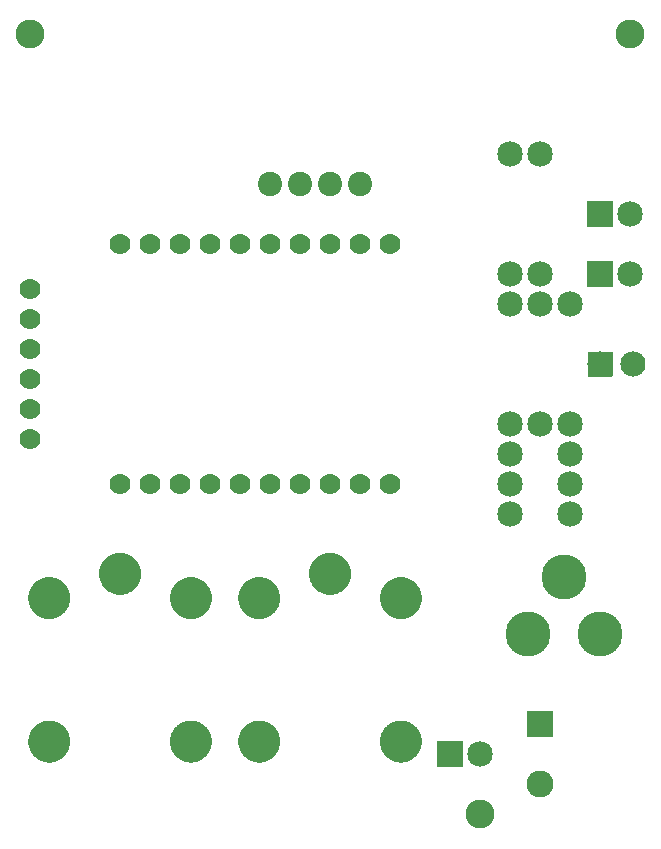
<source format=gbs>
G04 MADE WITH FRITZING*
G04 WWW.FRITZING.ORG*
G04 DOUBLE SIDED*
G04 HOLES PLATED*
G04 CONTOUR ON CENTER OF CONTOUR VECTOR*
%ASAXBY*%
%FSLAX23Y23*%
%MOIN*%
%OFA0B0*%
%SFA1.0B1.0*%
%ADD10C,0.096614*%
%ADD11C,0.090000*%
%ADD12C,0.150000*%
%ADD13C,0.085000*%
%ADD14C,0.069990*%
%ADD15C,0.070000*%
%ADD16C,0.084000*%
%ADD17C,0.081000*%
%ADD18C,0.080972*%
%ADD19R,0.089986X0.090000*%
%ADD20R,0.085000X0.085000*%
%ADD21R,0.001000X0.001000*%
%LNMASK0*%
G90*
G70*
G54D10*
X2110Y2712D03*
X110Y2712D03*
X1610Y112D03*
G54D11*
X1810Y412D03*
X1810Y212D03*
G54D12*
X1770Y712D03*
X2010Y712D03*
X1890Y902D03*
G54D13*
X1910Y1812D03*
X1910Y1412D03*
G54D14*
X1310Y2012D03*
G54D15*
X1210Y2012D03*
X1110Y2012D03*
X1009Y2012D03*
X910Y2012D03*
X810Y2012D03*
X710Y2012D03*
X610Y2012D03*
X510Y2012D03*
X410Y2012D03*
X1310Y1212D03*
X1210Y1212D03*
X1110Y1212D03*
X1010Y1212D03*
X910Y1212D03*
X810Y1212D03*
X710Y1212D03*
X610Y1212D03*
X510Y1212D03*
X410Y1212D03*
X110Y1862D03*
X110Y1762D03*
X110Y1662D03*
X110Y1562D03*
X110Y1462D03*
X110Y1362D03*
G54D13*
X1510Y312D03*
X1610Y312D03*
X2010Y1912D03*
X2110Y1912D03*
X2010Y2112D03*
X2110Y2112D03*
G54D16*
X2010Y1612D03*
X2120Y1612D03*
G54D17*
X910Y2212D03*
X1010Y2212D03*
G54D18*
X1110Y2212D03*
X1210Y2212D03*
G54D13*
X1710Y2312D03*
X1710Y1912D03*
X1810Y2312D03*
X1810Y1912D03*
X1910Y1312D03*
X1910Y1212D03*
X1910Y1112D03*
X1710Y1312D03*
X1710Y1212D03*
X1710Y1112D03*
X1810Y1412D03*
X1810Y1812D03*
X1710Y1412D03*
X1710Y1812D03*
G54D19*
X1810Y412D03*
G54D20*
X1510Y312D03*
X2010Y1912D03*
X2010Y2112D03*
G54D21*
X1968Y1654D02*
X2051Y1654D01*
X1968Y1653D02*
X2051Y1653D01*
X1968Y1652D02*
X2051Y1652D01*
X1968Y1651D02*
X2051Y1651D01*
X1968Y1650D02*
X2051Y1650D01*
X1968Y1649D02*
X2051Y1649D01*
X1968Y1648D02*
X2051Y1648D01*
X1968Y1647D02*
X2051Y1647D01*
X1968Y1646D02*
X2051Y1646D01*
X1968Y1645D02*
X2051Y1645D01*
X1968Y1644D02*
X2051Y1644D01*
X1968Y1643D02*
X2051Y1643D01*
X1968Y1642D02*
X2051Y1642D01*
X1968Y1641D02*
X2051Y1641D01*
X1968Y1640D02*
X2051Y1640D01*
X1968Y1639D02*
X2051Y1639D01*
X1968Y1638D02*
X2051Y1638D01*
X1968Y1637D02*
X2051Y1637D01*
X1968Y1636D02*
X2051Y1636D01*
X1968Y1635D02*
X2051Y1635D01*
X1968Y1634D02*
X2051Y1634D01*
X1968Y1633D02*
X2051Y1633D01*
X1968Y1632D02*
X2051Y1632D01*
X1968Y1631D02*
X2051Y1631D01*
X1968Y1630D02*
X2051Y1630D01*
X1968Y1629D02*
X2051Y1629D01*
X1968Y1628D02*
X2051Y1628D01*
X1968Y1627D02*
X2003Y1627D01*
X2015Y1627D02*
X2051Y1627D01*
X1968Y1626D02*
X2001Y1626D01*
X2017Y1626D02*
X2051Y1626D01*
X1968Y1625D02*
X2000Y1625D01*
X2018Y1625D02*
X2051Y1625D01*
X1968Y1624D02*
X1998Y1624D01*
X2020Y1624D02*
X2051Y1624D01*
X1968Y1623D02*
X1997Y1623D01*
X2021Y1623D02*
X2051Y1623D01*
X1968Y1622D02*
X1997Y1622D01*
X2022Y1622D02*
X2051Y1622D01*
X1968Y1621D02*
X1996Y1621D01*
X2022Y1621D02*
X2051Y1621D01*
X1968Y1620D02*
X1995Y1620D01*
X2023Y1620D02*
X2051Y1620D01*
X1968Y1619D02*
X1995Y1619D01*
X2023Y1619D02*
X2051Y1619D01*
X1968Y1618D02*
X1994Y1618D01*
X2024Y1618D02*
X2051Y1618D01*
X1968Y1617D02*
X1994Y1617D01*
X2024Y1617D02*
X2051Y1617D01*
X1968Y1616D02*
X1994Y1616D01*
X2024Y1616D02*
X2051Y1616D01*
X1968Y1615D02*
X1994Y1615D01*
X2024Y1615D02*
X2051Y1615D01*
X1968Y1614D02*
X1994Y1614D01*
X2024Y1614D02*
X2051Y1614D01*
X1968Y1613D02*
X1994Y1613D01*
X2025Y1613D02*
X2051Y1613D01*
X1968Y1612D02*
X1994Y1612D01*
X2024Y1612D02*
X2051Y1612D01*
X1968Y1611D02*
X1994Y1611D01*
X2024Y1611D02*
X2051Y1611D01*
X1968Y1610D02*
X1994Y1610D01*
X2024Y1610D02*
X2051Y1610D01*
X1968Y1609D02*
X1994Y1609D01*
X2024Y1609D02*
X2051Y1609D01*
X1968Y1608D02*
X1994Y1608D01*
X2024Y1608D02*
X2051Y1608D01*
X1968Y1607D02*
X1995Y1607D01*
X2023Y1607D02*
X2051Y1607D01*
X1968Y1606D02*
X1995Y1606D01*
X2023Y1606D02*
X2051Y1606D01*
X1968Y1605D02*
X1996Y1605D01*
X2022Y1605D02*
X2051Y1605D01*
X1968Y1604D02*
X1997Y1604D01*
X2022Y1604D02*
X2051Y1604D01*
X1968Y1603D02*
X1997Y1603D01*
X2021Y1603D02*
X2051Y1603D01*
X1968Y1602D02*
X1998Y1602D01*
X2020Y1602D02*
X2051Y1602D01*
X1968Y1601D02*
X2000Y1601D01*
X2019Y1601D02*
X2051Y1601D01*
X1968Y1600D02*
X2001Y1600D01*
X2017Y1600D02*
X2051Y1600D01*
X1968Y1599D02*
X2003Y1599D01*
X2015Y1599D02*
X2051Y1599D01*
X1968Y1598D02*
X2051Y1598D01*
X1968Y1597D02*
X2051Y1597D01*
X1968Y1596D02*
X2051Y1596D01*
X1968Y1595D02*
X2051Y1595D01*
X1968Y1594D02*
X2051Y1594D01*
X1968Y1593D02*
X2051Y1593D01*
X1968Y1592D02*
X2051Y1592D01*
X1968Y1591D02*
X2051Y1591D01*
X1968Y1590D02*
X2051Y1590D01*
X1968Y1589D02*
X2051Y1589D01*
X1968Y1588D02*
X2051Y1588D01*
X1968Y1587D02*
X2051Y1587D01*
X1968Y1586D02*
X2051Y1586D01*
X1968Y1585D02*
X2051Y1585D01*
X1968Y1584D02*
X2051Y1584D01*
X1968Y1583D02*
X2051Y1583D01*
X1968Y1582D02*
X2051Y1582D01*
X1968Y1581D02*
X2051Y1581D01*
X1968Y1580D02*
X2051Y1580D01*
X1968Y1579D02*
X2051Y1579D01*
X1968Y1578D02*
X2051Y1578D01*
X1968Y1577D02*
X2051Y1577D01*
X1968Y1576D02*
X2051Y1576D01*
X1968Y1575D02*
X2051Y1575D01*
X1968Y1574D02*
X2051Y1574D01*
X1968Y1573D02*
X2051Y1573D01*
X1968Y1572D02*
X2051Y1572D01*
X1968Y1571D02*
X2050Y1571D01*
X407Y983D02*
X411Y983D01*
X1107Y983D02*
X1111Y983D01*
X398Y982D02*
X420Y982D01*
X1098Y982D02*
X1120Y982D01*
X393Y981D02*
X425Y981D01*
X1093Y981D02*
X1125Y981D01*
X389Y980D02*
X429Y980D01*
X1089Y980D02*
X1129Y980D01*
X386Y979D02*
X432Y979D01*
X1086Y979D02*
X1132Y979D01*
X383Y978D02*
X435Y978D01*
X1083Y978D02*
X1135Y978D01*
X381Y977D02*
X437Y977D01*
X1081Y977D02*
X1137Y977D01*
X379Y976D02*
X439Y976D01*
X1079Y976D02*
X1139Y976D01*
X377Y975D02*
X441Y975D01*
X1077Y975D02*
X1141Y975D01*
X375Y974D02*
X443Y974D01*
X1075Y974D02*
X1143Y974D01*
X374Y973D02*
X445Y973D01*
X1074Y973D02*
X1145Y973D01*
X372Y972D02*
X446Y972D01*
X1072Y972D02*
X1146Y972D01*
X371Y971D02*
X448Y971D01*
X1070Y971D02*
X1148Y971D01*
X369Y970D02*
X449Y970D01*
X1069Y970D02*
X1149Y970D01*
X368Y969D02*
X451Y969D01*
X1068Y969D02*
X1150Y969D01*
X366Y968D02*
X452Y968D01*
X1066Y968D02*
X1152Y968D01*
X365Y967D02*
X453Y967D01*
X1065Y967D02*
X1153Y967D01*
X364Y966D02*
X454Y966D01*
X1064Y966D02*
X1154Y966D01*
X363Y965D02*
X456Y965D01*
X1063Y965D02*
X1155Y965D01*
X362Y964D02*
X457Y964D01*
X1062Y964D02*
X1157Y964D01*
X361Y963D02*
X458Y963D01*
X1061Y963D02*
X1158Y963D01*
X360Y962D02*
X459Y962D01*
X1060Y962D02*
X1159Y962D01*
X359Y961D02*
X460Y961D01*
X1059Y961D02*
X1160Y961D01*
X358Y960D02*
X461Y960D01*
X1058Y960D02*
X1160Y960D01*
X357Y959D02*
X461Y959D01*
X1057Y959D02*
X1161Y959D01*
X356Y958D02*
X462Y958D01*
X1056Y958D02*
X1162Y958D01*
X355Y957D02*
X463Y957D01*
X1055Y957D02*
X1163Y957D01*
X355Y956D02*
X464Y956D01*
X1054Y956D02*
X1164Y956D01*
X354Y955D02*
X465Y955D01*
X1054Y955D02*
X1164Y955D01*
X353Y954D02*
X465Y954D01*
X1053Y954D02*
X1165Y954D01*
X352Y953D02*
X466Y953D01*
X1052Y953D02*
X1166Y953D01*
X352Y952D02*
X467Y952D01*
X1052Y952D02*
X1167Y952D01*
X351Y951D02*
X467Y951D01*
X1051Y951D02*
X1167Y951D01*
X350Y950D02*
X468Y950D01*
X1050Y950D02*
X1168Y950D01*
X350Y949D02*
X469Y949D01*
X1050Y949D02*
X1169Y949D01*
X349Y948D02*
X469Y948D01*
X1049Y948D02*
X1169Y948D01*
X349Y947D02*
X470Y947D01*
X1048Y947D02*
X1170Y947D01*
X348Y946D02*
X470Y946D01*
X1048Y946D02*
X1170Y946D01*
X347Y945D02*
X471Y945D01*
X1047Y945D02*
X1171Y945D01*
X347Y944D02*
X471Y944D01*
X1047Y944D02*
X1171Y944D01*
X346Y943D02*
X472Y943D01*
X1046Y943D02*
X1172Y943D01*
X346Y942D02*
X472Y942D01*
X1046Y942D02*
X1172Y942D01*
X346Y941D02*
X473Y941D01*
X1045Y941D02*
X1173Y941D01*
X345Y940D02*
X473Y940D01*
X1045Y940D02*
X1173Y940D01*
X345Y939D02*
X474Y939D01*
X1045Y939D02*
X1174Y939D01*
X344Y938D02*
X474Y938D01*
X1044Y938D02*
X1174Y938D01*
X344Y937D02*
X474Y937D01*
X1044Y937D02*
X1174Y937D01*
X344Y936D02*
X475Y936D01*
X1044Y936D02*
X1175Y936D01*
X343Y935D02*
X475Y935D01*
X1043Y935D02*
X1175Y935D01*
X343Y934D02*
X475Y934D01*
X1043Y934D02*
X1175Y934D01*
X343Y933D02*
X476Y933D01*
X1043Y933D02*
X1176Y933D01*
X342Y932D02*
X476Y932D01*
X1042Y932D02*
X1176Y932D01*
X342Y931D02*
X476Y931D01*
X1042Y931D02*
X1176Y931D01*
X342Y930D02*
X476Y930D01*
X1042Y930D02*
X1176Y930D01*
X342Y929D02*
X477Y929D01*
X1042Y929D02*
X1177Y929D01*
X341Y928D02*
X477Y928D01*
X1041Y928D02*
X1177Y928D01*
X341Y927D02*
X477Y927D01*
X1041Y927D02*
X1177Y927D01*
X341Y926D02*
X477Y926D01*
X1041Y926D02*
X1177Y926D01*
X341Y925D02*
X477Y925D01*
X1041Y925D02*
X1177Y925D01*
X341Y924D02*
X478Y924D01*
X1041Y924D02*
X1178Y924D01*
X341Y923D02*
X478Y923D01*
X1041Y923D02*
X1178Y923D01*
X340Y922D02*
X478Y922D01*
X1040Y922D02*
X1178Y922D01*
X340Y921D02*
X478Y921D01*
X1040Y921D02*
X1178Y921D01*
X340Y920D02*
X478Y920D01*
X1040Y920D02*
X1178Y920D01*
X340Y919D02*
X478Y919D01*
X1040Y919D02*
X1178Y919D01*
X340Y918D02*
X478Y918D01*
X1040Y918D02*
X1178Y918D01*
X340Y917D02*
X478Y917D01*
X1040Y917D02*
X1178Y917D01*
X340Y916D02*
X478Y916D01*
X1040Y916D02*
X1178Y916D01*
X340Y915D02*
X479Y915D01*
X1040Y915D02*
X1178Y915D01*
X340Y914D02*
X479Y914D01*
X1040Y914D02*
X1179Y914D01*
X340Y913D02*
X479Y913D01*
X1040Y913D02*
X1179Y913D01*
X340Y912D02*
X479Y912D01*
X1040Y912D02*
X1178Y912D01*
X340Y911D02*
X478Y911D01*
X1040Y911D02*
X1178Y911D01*
X340Y910D02*
X478Y910D01*
X1040Y910D02*
X1178Y910D01*
X340Y909D02*
X478Y909D01*
X1040Y909D02*
X1178Y909D01*
X340Y908D02*
X478Y908D01*
X1040Y908D02*
X1178Y908D01*
X340Y907D02*
X478Y907D01*
X1040Y907D02*
X1178Y907D01*
X340Y906D02*
X478Y906D01*
X1040Y906D02*
X1178Y906D01*
X340Y905D02*
X478Y905D01*
X1040Y905D02*
X1178Y905D01*
X340Y904D02*
X478Y904D01*
X1040Y904D02*
X1178Y904D01*
X341Y903D02*
X478Y903D01*
X1041Y903D02*
X1178Y903D01*
X166Y902D02*
X180Y902D01*
X341Y902D02*
X478Y902D01*
X639Y902D02*
X652Y902D01*
X866Y902D02*
X880Y902D01*
X1041Y902D02*
X1177Y902D01*
X1339Y902D02*
X1352Y902D01*
X160Y901D02*
X186Y901D01*
X341Y901D02*
X477Y901D01*
X632Y901D02*
X658Y901D01*
X860Y901D02*
X886Y901D01*
X1041Y901D02*
X1177Y901D01*
X1332Y901D02*
X1358Y901D01*
X156Y900D02*
X190Y900D01*
X341Y900D02*
X477Y900D01*
X628Y900D02*
X663Y900D01*
X856Y900D02*
X890Y900D01*
X1041Y900D02*
X1177Y900D01*
X1328Y900D02*
X1362Y900D01*
X152Y899D02*
X194Y899D01*
X341Y899D02*
X477Y899D01*
X624Y899D02*
X666Y899D01*
X852Y899D02*
X894Y899D01*
X1041Y899D02*
X1177Y899D01*
X1324Y899D02*
X1366Y899D01*
X149Y898D02*
X197Y898D01*
X342Y898D02*
X477Y898D01*
X622Y898D02*
X669Y898D01*
X849Y898D02*
X897Y898D01*
X1042Y898D02*
X1177Y898D01*
X1322Y898D02*
X1369Y898D01*
X146Y897D02*
X200Y897D01*
X342Y897D02*
X477Y897D01*
X619Y897D02*
X672Y897D01*
X846Y897D02*
X900Y897D01*
X1042Y897D02*
X1176Y897D01*
X1319Y897D02*
X1372Y897D01*
X144Y896D02*
X202Y896D01*
X342Y896D02*
X476Y896D01*
X617Y896D02*
X674Y896D01*
X844Y896D02*
X902Y896D01*
X1042Y896D02*
X1176Y896D01*
X1317Y896D02*
X1374Y896D01*
X142Y895D02*
X204Y895D01*
X342Y895D02*
X476Y895D01*
X615Y895D02*
X676Y895D01*
X842Y895D02*
X904Y895D01*
X1042Y895D02*
X1176Y895D01*
X1315Y895D02*
X1376Y895D01*
X140Y894D02*
X206Y894D01*
X343Y894D02*
X476Y894D01*
X613Y894D02*
X678Y894D01*
X840Y894D02*
X906Y894D01*
X1043Y894D02*
X1176Y894D01*
X1313Y894D02*
X1378Y894D01*
X139Y893D02*
X207Y893D01*
X343Y893D02*
X476Y893D01*
X611Y893D02*
X680Y893D01*
X839Y893D02*
X907Y893D01*
X1043Y893D02*
X1175Y893D01*
X1311Y893D02*
X1380Y893D01*
X137Y892D02*
X209Y892D01*
X343Y892D02*
X475Y892D01*
X609Y892D02*
X681Y892D01*
X837Y892D02*
X909Y892D01*
X1043Y892D02*
X1175Y892D01*
X1309Y892D02*
X1381Y892D01*
X135Y891D02*
X211Y891D01*
X343Y891D02*
X475Y891D01*
X608Y891D02*
X683Y891D01*
X835Y891D02*
X911Y891D01*
X1043Y891D02*
X1175Y891D01*
X1308Y891D02*
X1383Y891D01*
X134Y890D02*
X212Y890D01*
X344Y890D02*
X475Y890D01*
X606Y890D02*
X684Y890D01*
X834Y890D02*
X912Y890D01*
X1044Y890D02*
X1174Y890D01*
X1306Y890D02*
X1384Y890D01*
X133Y889D02*
X213Y889D01*
X344Y889D02*
X474Y889D01*
X605Y889D02*
X686Y889D01*
X832Y889D02*
X913Y889D01*
X1044Y889D02*
X1174Y889D01*
X1305Y889D02*
X1386Y889D01*
X131Y888D02*
X215Y888D01*
X345Y888D02*
X474Y888D01*
X604Y888D02*
X687Y888D01*
X831Y888D02*
X915Y888D01*
X1044Y888D02*
X1174Y888D01*
X1303Y888D02*
X1387Y888D01*
X130Y887D02*
X216Y887D01*
X345Y887D02*
X473Y887D01*
X602Y887D02*
X689Y887D01*
X830Y887D02*
X916Y887D01*
X1045Y887D02*
X1173Y887D01*
X1302Y887D02*
X1388Y887D01*
X129Y886D02*
X217Y886D01*
X345Y886D02*
X473Y886D01*
X601Y886D02*
X690Y886D01*
X828Y886D02*
X917Y886D01*
X1045Y886D02*
X1173Y886D01*
X1301Y886D02*
X1390Y886D01*
X127Y885D02*
X219Y885D01*
X346Y885D02*
X473Y885D01*
X600Y885D02*
X691Y885D01*
X827Y885D02*
X919Y885D01*
X1046Y885D02*
X1173Y885D01*
X1300Y885D02*
X1391Y885D01*
X126Y884D02*
X220Y884D01*
X346Y884D02*
X472Y884D01*
X599Y884D02*
X692Y884D01*
X826Y884D02*
X920Y884D01*
X1046Y884D02*
X1172Y884D01*
X1299Y884D02*
X1392Y884D01*
X125Y883D02*
X221Y883D01*
X347Y883D02*
X472Y883D01*
X598Y883D02*
X693Y883D01*
X825Y883D02*
X921Y883D01*
X1047Y883D02*
X1172Y883D01*
X1298Y883D02*
X1393Y883D01*
X124Y882D02*
X222Y882D01*
X347Y882D02*
X471Y882D01*
X596Y882D02*
X694Y882D01*
X824Y882D02*
X922Y882D01*
X1047Y882D02*
X1171Y882D01*
X1296Y882D02*
X1394Y882D01*
X123Y881D02*
X223Y881D01*
X348Y881D02*
X471Y881D01*
X596Y881D02*
X695Y881D01*
X823Y881D02*
X923Y881D01*
X1048Y881D02*
X1171Y881D01*
X1295Y881D02*
X1395Y881D01*
X122Y880D02*
X224Y880D01*
X348Y880D02*
X470Y880D01*
X595Y880D02*
X696Y880D01*
X822Y880D02*
X924Y880D01*
X1048Y880D02*
X1170Y880D01*
X1295Y880D02*
X1396Y880D01*
X121Y879D02*
X225Y879D01*
X349Y879D02*
X470Y879D01*
X594Y879D02*
X697Y879D01*
X821Y879D02*
X925Y879D01*
X1049Y879D02*
X1169Y879D01*
X1294Y879D02*
X1397Y879D01*
X120Y878D02*
X225Y878D01*
X349Y878D02*
X469Y878D01*
X593Y878D02*
X698Y878D01*
X820Y878D02*
X925Y878D01*
X1049Y878D02*
X1169Y878D01*
X1293Y878D02*
X1398Y878D01*
X120Y877D02*
X226Y877D01*
X350Y877D02*
X468Y877D01*
X592Y877D02*
X699Y877D01*
X820Y877D02*
X926Y877D01*
X1050Y877D02*
X1168Y877D01*
X1292Y877D02*
X1399Y877D01*
X119Y876D02*
X227Y876D01*
X351Y876D02*
X468Y876D01*
X591Y876D02*
X699Y876D01*
X819Y876D02*
X927Y876D01*
X1051Y876D02*
X1168Y876D01*
X1291Y876D02*
X1399Y876D01*
X118Y875D02*
X228Y875D01*
X351Y875D02*
X467Y875D01*
X590Y875D02*
X700Y875D01*
X818Y875D02*
X928Y875D01*
X1051Y875D02*
X1167Y875D01*
X1290Y875D02*
X1400Y875D01*
X117Y874D02*
X229Y874D01*
X352Y874D02*
X466Y874D01*
X590Y874D02*
X701Y874D01*
X817Y874D02*
X929Y874D01*
X1052Y874D02*
X1166Y874D01*
X1290Y874D02*
X1401Y874D01*
X117Y873D02*
X229Y873D01*
X353Y873D02*
X466Y873D01*
X589Y873D02*
X702Y873D01*
X817Y873D02*
X929Y873D01*
X1053Y873D02*
X1166Y873D01*
X1289Y873D02*
X1402Y873D01*
X116Y872D02*
X230Y872D01*
X353Y872D02*
X465Y872D01*
X588Y872D02*
X702Y872D01*
X816Y872D02*
X930Y872D01*
X1053Y872D02*
X1165Y872D01*
X1288Y872D02*
X1402Y872D01*
X115Y871D02*
X231Y871D01*
X354Y871D02*
X464Y871D01*
X588Y871D02*
X703Y871D01*
X815Y871D02*
X931Y871D01*
X1054Y871D02*
X1164Y871D01*
X1288Y871D02*
X1403Y871D01*
X115Y870D02*
X231Y870D01*
X355Y870D02*
X464Y870D01*
X587Y870D02*
X704Y870D01*
X815Y870D02*
X931Y870D01*
X1055Y870D02*
X1163Y870D01*
X1287Y870D02*
X1404Y870D01*
X114Y869D02*
X232Y869D01*
X356Y869D02*
X463Y869D01*
X586Y869D02*
X704Y869D01*
X814Y869D02*
X932Y869D01*
X1056Y869D02*
X1163Y869D01*
X1286Y869D02*
X1404Y869D01*
X113Y868D02*
X233Y868D01*
X356Y868D02*
X462Y868D01*
X586Y868D02*
X705Y868D01*
X813Y868D02*
X933Y868D01*
X1056Y868D02*
X1162Y868D01*
X1286Y868D02*
X1405Y868D01*
X113Y867D02*
X233Y867D01*
X357Y867D02*
X461Y867D01*
X585Y867D02*
X706Y867D01*
X813Y867D02*
X933Y867D01*
X1057Y867D02*
X1161Y867D01*
X1285Y867D02*
X1406Y867D01*
X112Y866D02*
X234Y866D01*
X358Y866D02*
X460Y866D01*
X585Y866D02*
X706Y866D01*
X812Y866D02*
X934Y866D01*
X1058Y866D02*
X1160Y866D01*
X1284Y866D02*
X1406Y866D01*
X112Y865D02*
X234Y865D01*
X359Y865D02*
X459Y865D01*
X584Y865D02*
X707Y865D01*
X812Y865D02*
X934Y865D01*
X1059Y865D02*
X1159Y865D01*
X1284Y865D02*
X1407Y865D01*
X111Y864D02*
X235Y864D01*
X360Y864D02*
X458Y864D01*
X584Y864D02*
X707Y864D01*
X811Y864D02*
X935Y864D01*
X1060Y864D02*
X1158Y864D01*
X1283Y864D02*
X1407Y864D01*
X111Y863D02*
X235Y863D01*
X361Y863D02*
X457Y863D01*
X583Y863D02*
X708Y863D01*
X811Y863D02*
X935Y863D01*
X1061Y863D02*
X1157Y863D01*
X1283Y863D02*
X1408Y863D01*
X110Y862D02*
X236Y862D01*
X362Y862D02*
X456Y862D01*
X583Y862D02*
X708Y862D01*
X810Y862D02*
X936Y862D01*
X1062Y862D02*
X1156Y862D01*
X1282Y862D02*
X1408Y862D01*
X110Y861D02*
X236Y861D01*
X363Y861D02*
X455Y861D01*
X582Y861D02*
X709Y861D01*
X810Y861D02*
X936Y861D01*
X1063Y861D02*
X1155Y861D01*
X1282Y861D02*
X1409Y861D01*
X109Y860D02*
X237Y860D01*
X364Y860D02*
X454Y860D01*
X582Y860D02*
X709Y860D01*
X809Y860D02*
X937Y860D01*
X1064Y860D02*
X1154Y860D01*
X1281Y860D02*
X1409Y860D01*
X109Y859D02*
X237Y859D01*
X366Y859D02*
X453Y859D01*
X581Y859D02*
X710Y859D01*
X809Y859D02*
X937Y859D01*
X1066Y859D02*
X1153Y859D01*
X1281Y859D02*
X1410Y859D01*
X108Y858D02*
X238Y858D01*
X367Y858D02*
X451Y858D01*
X581Y858D02*
X710Y858D01*
X808Y858D02*
X938Y858D01*
X1067Y858D02*
X1151Y858D01*
X1281Y858D02*
X1410Y858D01*
X108Y857D02*
X238Y857D01*
X368Y857D02*
X450Y857D01*
X580Y857D02*
X710Y857D01*
X808Y857D02*
X938Y857D01*
X1068Y857D02*
X1150Y857D01*
X1280Y857D02*
X1410Y857D01*
X108Y856D02*
X238Y856D01*
X370Y856D02*
X449Y856D01*
X580Y856D02*
X711Y856D01*
X808Y856D02*
X938Y856D01*
X1070Y856D02*
X1149Y856D01*
X1280Y856D02*
X1411Y856D01*
X107Y855D02*
X239Y855D01*
X371Y855D02*
X447Y855D01*
X580Y855D02*
X711Y855D01*
X807Y855D02*
X939Y855D01*
X1071Y855D02*
X1147Y855D01*
X1280Y855D02*
X1411Y855D01*
X107Y854D02*
X239Y854D01*
X373Y854D02*
X446Y854D01*
X579Y854D02*
X711Y854D01*
X807Y854D02*
X939Y854D01*
X1073Y854D02*
X1146Y854D01*
X1279Y854D02*
X1411Y854D01*
X107Y853D02*
X239Y853D01*
X374Y853D02*
X444Y853D01*
X579Y853D02*
X712Y853D01*
X807Y853D02*
X939Y853D01*
X1074Y853D02*
X1144Y853D01*
X1279Y853D02*
X1412Y853D01*
X106Y852D02*
X240Y852D01*
X376Y852D02*
X442Y852D01*
X579Y852D02*
X712Y852D01*
X806Y852D02*
X939Y852D01*
X1076Y852D02*
X1142Y852D01*
X1279Y852D02*
X1412Y852D01*
X106Y851D02*
X240Y851D01*
X378Y851D02*
X440Y851D01*
X579Y851D02*
X712Y851D01*
X806Y851D02*
X940Y851D01*
X1078Y851D02*
X1140Y851D01*
X1279Y851D02*
X1412Y851D01*
X106Y850D02*
X240Y850D01*
X380Y850D02*
X438Y850D01*
X578Y850D02*
X712Y850D01*
X806Y850D02*
X940Y850D01*
X1080Y850D02*
X1138Y850D01*
X1278Y850D02*
X1412Y850D01*
X106Y849D02*
X240Y849D01*
X382Y849D02*
X436Y849D01*
X578Y849D02*
X713Y849D01*
X806Y849D02*
X940Y849D01*
X1082Y849D02*
X1136Y849D01*
X1278Y849D02*
X1413Y849D01*
X105Y848D02*
X241Y848D01*
X385Y848D02*
X434Y848D01*
X578Y848D02*
X713Y848D01*
X805Y848D02*
X940Y848D01*
X1085Y848D02*
X1134Y848D01*
X1278Y848D02*
X1413Y848D01*
X105Y847D02*
X241Y847D01*
X387Y847D02*
X431Y847D01*
X578Y847D02*
X713Y847D01*
X805Y847D02*
X941Y847D01*
X1087Y847D02*
X1131Y847D01*
X1278Y847D02*
X1413Y847D01*
X105Y846D02*
X241Y846D01*
X391Y846D02*
X427Y846D01*
X577Y846D02*
X713Y846D01*
X805Y846D02*
X941Y846D01*
X1091Y846D02*
X1127Y846D01*
X1277Y846D02*
X1413Y846D01*
X105Y845D02*
X241Y845D01*
X395Y845D02*
X423Y845D01*
X577Y845D02*
X714Y845D01*
X805Y845D02*
X941Y845D01*
X1095Y845D02*
X1123Y845D01*
X1277Y845D02*
X1413Y845D01*
X105Y844D02*
X241Y844D01*
X401Y844D02*
X418Y844D01*
X577Y844D02*
X714Y844D01*
X805Y844D02*
X941Y844D01*
X1101Y844D02*
X1118Y844D01*
X1277Y844D02*
X1414Y844D01*
X105Y843D02*
X241Y843D01*
X577Y843D02*
X714Y843D01*
X804Y843D02*
X941Y843D01*
X1277Y843D02*
X1414Y843D01*
X104Y842D02*
X242Y842D01*
X577Y842D02*
X714Y842D01*
X804Y842D02*
X942Y842D01*
X1277Y842D02*
X1414Y842D01*
X104Y841D02*
X242Y841D01*
X577Y841D02*
X714Y841D01*
X804Y841D02*
X942Y841D01*
X1277Y841D02*
X1414Y841D01*
X104Y840D02*
X242Y840D01*
X576Y840D02*
X714Y840D01*
X804Y840D02*
X942Y840D01*
X1276Y840D02*
X1414Y840D01*
X104Y839D02*
X242Y839D01*
X576Y839D02*
X714Y839D01*
X804Y839D02*
X942Y839D01*
X1276Y839D02*
X1414Y839D01*
X104Y838D02*
X242Y838D01*
X576Y838D02*
X714Y838D01*
X804Y838D02*
X942Y838D01*
X1276Y838D02*
X1414Y838D01*
X104Y837D02*
X242Y837D01*
X576Y837D02*
X715Y837D01*
X804Y837D02*
X942Y837D01*
X1276Y837D02*
X1414Y837D01*
X104Y836D02*
X242Y836D01*
X576Y836D02*
X715Y836D01*
X804Y836D02*
X942Y836D01*
X1276Y836D02*
X1415Y836D01*
X104Y835D02*
X242Y835D01*
X576Y835D02*
X715Y835D01*
X804Y835D02*
X942Y835D01*
X1276Y835D02*
X1415Y835D01*
X104Y834D02*
X242Y834D01*
X576Y834D02*
X715Y834D01*
X804Y834D02*
X942Y834D01*
X1276Y834D02*
X1415Y834D01*
X104Y833D02*
X242Y833D01*
X576Y833D02*
X715Y833D01*
X804Y833D02*
X942Y833D01*
X1276Y833D02*
X1415Y833D01*
X104Y832D02*
X242Y832D01*
X576Y832D02*
X715Y832D01*
X804Y832D02*
X942Y832D01*
X1276Y832D02*
X1415Y832D01*
X104Y831D02*
X242Y831D01*
X576Y831D02*
X715Y831D01*
X804Y831D02*
X942Y831D01*
X1276Y831D02*
X1415Y831D01*
X104Y830D02*
X242Y830D01*
X576Y830D02*
X715Y830D01*
X804Y830D02*
X942Y830D01*
X1276Y830D02*
X1415Y830D01*
X104Y829D02*
X242Y829D01*
X576Y829D02*
X715Y829D01*
X804Y829D02*
X942Y829D01*
X1276Y829D02*
X1415Y829D01*
X104Y828D02*
X242Y828D01*
X576Y828D02*
X715Y828D01*
X804Y828D02*
X942Y828D01*
X1276Y828D02*
X1414Y828D01*
X104Y827D02*
X242Y827D01*
X576Y827D02*
X714Y827D01*
X804Y827D02*
X942Y827D01*
X1276Y827D02*
X1414Y827D01*
X104Y826D02*
X242Y826D01*
X576Y826D02*
X714Y826D01*
X804Y826D02*
X942Y826D01*
X1276Y826D02*
X1414Y826D01*
X104Y825D02*
X242Y825D01*
X576Y825D02*
X714Y825D01*
X804Y825D02*
X942Y825D01*
X1276Y825D02*
X1414Y825D01*
X104Y824D02*
X242Y824D01*
X577Y824D02*
X714Y824D01*
X804Y824D02*
X942Y824D01*
X1277Y824D02*
X1414Y824D01*
X104Y823D02*
X242Y823D01*
X577Y823D02*
X714Y823D01*
X804Y823D02*
X942Y823D01*
X1277Y823D02*
X1414Y823D01*
X105Y822D02*
X241Y822D01*
X577Y822D02*
X714Y822D01*
X804Y822D02*
X941Y822D01*
X1277Y822D02*
X1414Y822D01*
X105Y821D02*
X241Y821D01*
X577Y821D02*
X714Y821D01*
X805Y821D02*
X941Y821D01*
X1277Y821D02*
X1414Y821D01*
X105Y820D02*
X241Y820D01*
X577Y820D02*
X714Y820D01*
X805Y820D02*
X941Y820D01*
X1277Y820D02*
X1413Y820D01*
X105Y819D02*
X241Y819D01*
X577Y819D02*
X713Y819D01*
X805Y819D02*
X941Y819D01*
X1277Y819D02*
X1413Y819D01*
X105Y818D02*
X241Y818D01*
X578Y818D02*
X713Y818D01*
X805Y818D02*
X941Y818D01*
X1278Y818D02*
X1413Y818D01*
X105Y817D02*
X241Y817D01*
X578Y817D02*
X713Y817D01*
X805Y817D02*
X940Y817D01*
X1278Y817D02*
X1413Y817D01*
X106Y816D02*
X240Y816D01*
X578Y816D02*
X713Y816D01*
X806Y816D02*
X940Y816D01*
X1278Y816D02*
X1413Y816D01*
X106Y815D02*
X240Y815D01*
X578Y815D02*
X712Y815D01*
X806Y815D02*
X940Y815D01*
X1278Y815D02*
X1412Y815D01*
X106Y814D02*
X240Y814D01*
X579Y814D02*
X712Y814D01*
X806Y814D02*
X940Y814D01*
X1279Y814D02*
X1412Y814D01*
X106Y813D02*
X240Y813D01*
X579Y813D02*
X712Y813D01*
X806Y813D02*
X939Y813D01*
X1279Y813D02*
X1412Y813D01*
X107Y812D02*
X239Y812D01*
X579Y812D02*
X712Y812D01*
X807Y812D02*
X939Y812D01*
X1279Y812D02*
X1412Y812D01*
X107Y811D02*
X239Y811D01*
X579Y811D02*
X711Y811D01*
X807Y811D02*
X939Y811D01*
X1279Y811D02*
X1411Y811D01*
X107Y810D02*
X239Y810D01*
X580Y810D02*
X711Y810D01*
X807Y810D02*
X939Y810D01*
X1280Y810D02*
X1411Y810D01*
X108Y809D02*
X238Y809D01*
X580Y809D02*
X711Y809D01*
X808Y809D02*
X938Y809D01*
X1280Y809D02*
X1411Y809D01*
X108Y808D02*
X238Y808D01*
X580Y808D02*
X710Y808D01*
X808Y808D02*
X938Y808D01*
X1280Y808D02*
X1410Y808D01*
X108Y807D02*
X238Y807D01*
X581Y807D02*
X710Y807D01*
X808Y807D02*
X937Y807D01*
X1281Y807D02*
X1410Y807D01*
X109Y806D02*
X237Y806D01*
X581Y806D02*
X710Y806D01*
X809Y806D02*
X937Y806D01*
X1281Y806D02*
X1410Y806D01*
X109Y805D02*
X237Y805D01*
X582Y805D02*
X709Y805D01*
X809Y805D02*
X937Y805D01*
X1282Y805D02*
X1409Y805D01*
X110Y804D02*
X236Y804D01*
X582Y804D02*
X709Y804D01*
X810Y804D02*
X936Y804D01*
X1282Y804D02*
X1409Y804D01*
X110Y803D02*
X236Y803D01*
X583Y803D02*
X708Y803D01*
X810Y803D02*
X936Y803D01*
X1282Y803D02*
X1408Y803D01*
X111Y802D02*
X235Y802D01*
X583Y802D02*
X708Y802D01*
X811Y802D02*
X935Y802D01*
X1283Y802D02*
X1408Y802D01*
X111Y801D02*
X235Y801D01*
X584Y801D02*
X707Y801D01*
X811Y801D02*
X935Y801D01*
X1283Y801D02*
X1407Y801D01*
X112Y800D02*
X234Y800D01*
X584Y800D02*
X707Y800D01*
X812Y800D02*
X934Y800D01*
X1284Y800D02*
X1407Y800D01*
X112Y799D02*
X234Y799D01*
X585Y799D02*
X706Y799D01*
X812Y799D02*
X934Y799D01*
X1285Y799D02*
X1406Y799D01*
X113Y798D02*
X233Y798D01*
X585Y798D02*
X706Y798D01*
X813Y798D02*
X933Y798D01*
X1285Y798D02*
X1405Y798D01*
X113Y797D02*
X233Y797D01*
X586Y797D02*
X705Y797D01*
X813Y797D02*
X933Y797D01*
X1286Y797D02*
X1405Y797D01*
X114Y796D02*
X232Y796D01*
X586Y796D02*
X704Y796D01*
X814Y796D02*
X932Y796D01*
X1286Y796D02*
X1404Y796D01*
X115Y795D02*
X231Y795D01*
X587Y795D02*
X704Y795D01*
X815Y795D02*
X931Y795D01*
X1287Y795D02*
X1404Y795D01*
X115Y794D02*
X231Y794D01*
X588Y794D02*
X703Y794D01*
X815Y794D02*
X931Y794D01*
X1288Y794D02*
X1403Y794D01*
X116Y793D02*
X230Y793D01*
X588Y793D02*
X702Y793D01*
X816Y793D02*
X930Y793D01*
X1288Y793D02*
X1402Y793D01*
X117Y792D02*
X229Y792D01*
X589Y792D02*
X702Y792D01*
X817Y792D02*
X929Y792D01*
X1289Y792D02*
X1402Y792D01*
X117Y791D02*
X229Y791D01*
X590Y791D02*
X701Y791D01*
X817Y791D02*
X929Y791D01*
X1290Y791D02*
X1401Y791D01*
X118Y790D02*
X228Y790D01*
X591Y790D02*
X700Y790D01*
X818Y790D02*
X928Y790D01*
X1290Y790D02*
X1400Y790D01*
X119Y789D02*
X227Y789D01*
X591Y789D02*
X699Y789D01*
X819Y789D02*
X927Y789D01*
X1291Y789D02*
X1399Y789D01*
X120Y788D02*
X226Y788D01*
X592Y788D02*
X699Y788D01*
X820Y788D02*
X926Y788D01*
X1292Y788D02*
X1399Y788D01*
X121Y787D02*
X225Y787D01*
X593Y787D02*
X698Y787D01*
X820Y787D02*
X925Y787D01*
X1293Y787D02*
X1398Y787D01*
X121Y786D02*
X225Y786D01*
X594Y786D02*
X697Y786D01*
X821Y786D02*
X925Y786D01*
X1294Y786D02*
X1397Y786D01*
X122Y785D02*
X224Y785D01*
X595Y785D02*
X696Y785D01*
X822Y785D02*
X924Y785D01*
X1295Y785D02*
X1396Y785D01*
X123Y784D02*
X223Y784D01*
X596Y784D02*
X695Y784D01*
X823Y784D02*
X923Y784D01*
X1296Y784D02*
X1395Y784D01*
X124Y783D02*
X222Y783D01*
X596Y783D02*
X694Y783D01*
X824Y783D02*
X922Y783D01*
X1296Y783D02*
X1394Y783D01*
X125Y782D02*
X221Y782D01*
X598Y782D02*
X693Y782D01*
X825Y782D02*
X921Y782D01*
X1298Y782D02*
X1393Y782D01*
X126Y781D02*
X220Y781D01*
X599Y781D02*
X692Y781D01*
X826Y781D02*
X920Y781D01*
X1299Y781D02*
X1392Y781D01*
X127Y780D02*
X219Y780D01*
X600Y780D02*
X691Y780D01*
X827Y780D02*
X918Y780D01*
X1300Y780D02*
X1391Y780D01*
X129Y779D02*
X217Y779D01*
X601Y779D02*
X690Y779D01*
X829Y779D02*
X917Y779D01*
X1301Y779D02*
X1390Y779D01*
X130Y778D02*
X216Y778D01*
X602Y778D02*
X688Y778D01*
X830Y778D02*
X916Y778D01*
X1302Y778D02*
X1388Y778D01*
X131Y777D02*
X215Y777D01*
X604Y777D02*
X687Y777D01*
X831Y777D02*
X915Y777D01*
X1304Y777D02*
X1387Y777D01*
X133Y776D02*
X213Y776D01*
X605Y776D02*
X686Y776D01*
X833Y776D02*
X913Y776D01*
X1305Y776D02*
X1386Y776D01*
X134Y775D02*
X212Y775D01*
X606Y775D02*
X684Y775D01*
X834Y775D02*
X912Y775D01*
X1306Y775D02*
X1384Y775D01*
X135Y774D02*
X211Y774D01*
X608Y774D02*
X683Y774D01*
X835Y774D02*
X910Y774D01*
X1308Y774D02*
X1383Y774D01*
X137Y773D02*
X209Y773D01*
X609Y773D02*
X681Y773D01*
X837Y773D02*
X909Y773D01*
X1309Y773D02*
X1381Y773D01*
X139Y772D02*
X207Y772D01*
X611Y772D02*
X680Y772D01*
X839Y772D02*
X907Y772D01*
X1311Y772D02*
X1380Y772D01*
X140Y771D02*
X206Y771D01*
X613Y771D02*
X678Y771D01*
X840Y771D02*
X906Y771D01*
X1313Y771D02*
X1378Y771D01*
X142Y770D02*
X204Y770D01*
X615Y770D02*
X676Y770D01*
X842Y770D02*
X904Y770D01*
X1315Y770D02*
X1376Y770D01*
X144Y769D02*
X202Y769D01*
X617Y769D02*
X674Y769D01*
X844Y769D02*
X902Y769D01*
X1317Y769D02*
X1374Y769D01*
X147Y768D02*
X199Y768D01*
X619Y768D02*
X672Y768D01*
X846Y768D02*
X899Y768D01*
X1319Y768D02*
X1372Y768D01*
X149Y767D02*
X197Y767D01*
X622Y767D02*
X669Y767D01*
X849Y767D02*
X897Y767D01*
X1322Y767D02*
X1369Y767D01*
X152Y766D02*
X194Y766D01*
X625Y766D02*
X666Y766D01*
X852Y766D02*
X894Y766D01*
X1324Y766D02*
X1366Y766D01*
X156Y765D02*
X190Y765D01*
X628Y765D02*
X662Y765D01*
X856Y765D02*
X890Y765D01*
X1328Y765D02*
X1362Y765D01*
X160Y764D02*
X186Y764D01*
X633Y764D02*
X658Y764D01*
X860Y764D02*
X886Y764D01*
X1333Y764D02*
X1358Y764D01*
X167Y763D02*
X179Y763D01*
X639Y763D02*
X652Y763D01*
X867Y763D02*
X879Y763D01*
X1339Y763D02*
X1352Y763D01*
X169Y424D02*
X177Y424D01*
X642Y424D02*
X649Y424D01*
X869Y424D02*
X877Y424D01*
X1342Y424D02*
X1349Y424D01*
X161Y423D02*
X185Y423D01*
X634Y423D02*
X657Y423D01*
X861Y423D02*
X885Y423D01*
X1334Y423D02*
X1357Y423D01*
X157Y422D02*
X189Y422D01*
X629Y422D02*
X662Y422D01*
X857Y422D02*
X889Y422D01*
X1329Y422D02*
X1362Y422D01*
X153Y421D02*
X193Y421D01*
X625Y421D02*
X666Y421D01*
X853Y421D02*
X893Y421D01*
X1325Y421D02*
X1366Y421D01*
X150Y420D02*
X196Y420D01*
X622Y420D02*
X669Y420D01*
X850Y420D02*
X896Y420D01*
X1322Y420D02*
X1369Y420D01*
X147Y419D02*
X199Y419D01*
X619Y419D02*
X671Y419D01*
X847Y419D02*
X899Y419D01*
X1319Y419D02*
X1371Y419D01*
X145Y418D02*
X201Y418D01*
X617Y418D02*
X674Y418D01*
X845Y418D02*
X901Y418D01*
X1317Y418D02*
X1374Y418D01*
X143Y417D02*
X203Y417D01*
X615Y417D02*
X676Y417D01*
X843Y417D02*
X903Y417D01*
X1315Y417D02*
X1376Y417D01*
X141Y416D02*
X205Y416D01*
X613Y416D02*
X678Y416D01*
X841Y416D02*
X905Y416D01*
X1313Y416D02*
X1378Y416D01*
X139Y415D02*
X207Y415D01*
X611Y415D02*
X679Y415D01*
X839Y415D02*
X907Y415D01*
X1311Y415D02*
X1379Y415D01*
X137Y414D02*
X209Y414D01*
X610Y414D02*
X681Y414D01*
X837Y414D02*
X909Y414D01*
X1310Y414D02*
X1381Y414D01*
X136Y413D02*
X210Y413D01*
X608Y413D02*
X683Y413D01*
X836Y413D02*
X910Y413D01*
X1308Y413D02*
X1383Y413D01*
X134Y412D02*
X212Y412D01*
X607Y412D02*
X684Y412D01*
X834Y412D02*
X912Y412D01*
X1306Y412D02*
X1384Y412D01*
X133Y411D02*
X213Y411D01*
X605Y411D02*
X686Y411D01*
X833Y411D02*
X913Y411D01*
X1305Y411D02*
X1385Y411D01*
X131Y410D02*
X215Y410D01*
X604Y410D02*
X687Y410D01*
X831Y410D02*
X914Y410D01*
X1304Y410D02*
X1387Y410D01*
X130Y409D02*
X216Y409D01*
X602Y409D02*
X688Y409D01*
X830Y409D02*
X916Y409D01*
X1302Y409D02*
X1388Y409D01*
X129Y408D02*
X217Y408D01*
X601Y408D02*
X690Y408D01*
X829Y408D02*
X917Y408D01*
X1301Y408D02*
X1390Y408D01*
X128Y407D02*
X218Y407D01*
X600Y407D02*
X691Y407D01*
X828Y407D02*
X918Y407D01*
X1300Y407D02*
X1391Y407D01*
X127Y406D02*
X219Y406D01*
X599Y406D02*
X692Y406D01*
X826Y406D02*
X919Y406D01*
X1299Y406D02*
X1392Y406D01*
X125Y405D02*
X221Y405D01*
X598Y405D02*
X693Y405D01*
X825Y405D02*
X921Y405D01*
X1298Y405D02*
X1393Y405D01*
X124Y404D02*
X222Y404D01*
X597Y404D02*
X694Y404D01*
X824Y404D02*
X922Y404D01*
X1297Y404D02*
X1394Y404D01*
X123Y403D02*
X223Y403D01*
X596Y403D02*
X695Y403D01*
X823Y403D02*
X923Y403D01*
X1296Y403D02*
X1395Y403D01*
X122Y402D02*
X224Y402D01*
X595Y402D02*
X696Y402D01*
X822Y402D02*
X923Y402D01*
X1295Y402D02*
X1396Y402D01*
X122Y401D02*
X224Y401D01*
X594Y401D02*
X697Y401D01*
X822Y401D02*
X924Y401D01*
X1294Y401D02*
X1397Y401D01*
X121Y400D02*
X225Y400D01*
X593Y400D02*
X698Y400D01*
X821Y400D02*
X925Y400D01*
X1293Y400D02*
X1398Y400D01*
X120Y399D02*
X226Y399D01*
X592Y399D02*
X699Y399D01*
X820Y399D02*
X926Y399D01*
X1292Y399D02*
X1399Y399D01*
X119Y398D02*
X227Y398D01*
X591Y398D02*
X699Y398D01*
X819Y398D02*
X927Y398D01*
X1291Y398D02*
X1399Y398D01*
X118Y397D02*
X228Y397D01*
X591Y397D02*
X700Y397D01*
X818Y397D02*
X928Y397D01*
X1291Y397D02*
X1400Y397D01*
X118Y396D02*
X228Y396D01*
X590Y396D02*
X701Y396D01*
X817Y396D02*
X928Y396D01*
X1290Y396D02*
X1401Y396D01*
X117Y395D02*
X229Y395D01*
X589Y395D02*
X702Y395D01*
X817Y395D02*
X929Y395D01*
X1289Y395D02*
X1401Y395D01*
X116Y394D02*
X230Y394D01*
X588Y394D02*
X702Y394D01*
X816Y394D02*
X930Y394D01*
X1288Y394D02*
X1402Y394D01*
X115Y393D02*
X231Y393D01*
X588Y393D02*
X703Y393D01*
X815Y393D02*
X931Y393D01*
X1288Y393D02*
X1403Y393D01*
X115Y392D02*
X231Y392D01*
X587Y392D02*
X704Y392D01*
X815Y392D02*
X931Y392D01*
X1287Y392D02*
X1404Y392D01*
X114Y391D02*
X232Y391D01*
X587Y391D02*
X704Y391D01*
X814Y391D02*
X932Y391D01*
X1286Y391D02*
X1404Y391D01*
X114Y390D02*
X232Y390D01*
X586Y390D02*
X705Y390D01*
X813Y390D02*
X932Y390D01*
X1286Y390D02*
X1405Y390D01*
X113Y389D02*
X233Y389D01*
X585Y389D02*
X705Y389D01*
X813Y389D02*
X933Y389D01*
X1285Y389D02*
X1405Y389D01*
X112Y388D02*
X234Y388D01*
X585Y388D02*
X706Y388D01*
X812Y388D02*
X934Y388D01*
X1285Y388D02*
X1406Y388D01*
X112Y387D02*
X234Y387D01*
X584Y387D02*
X707Y387D01*
X812Y387D02*
X934Y387D01*
X1284Y387D02*
X1407Y387D01*
X111Y386D02*
X235Y386D01*
X584Y386D02*
X707Y386D01*
X811Y386D02*
X935Y386D01*
X1284Y386D02*
X1407Y386D01*
X111Y385D02*
X235Y385D01*
X583Y385D02*
X708Y385D01*
X811Y385D02*
X935Y385D01*
X1283Y385D02*
X1408Y385D01*
X110Y384D02*
X236Y384D01*
X583Y384D02*
X708Y384D01*
X810Y384D02*
X936Y384D01*
X1283Y384D02*
X1408Y384D01*
X110Y383D02*
X236Y383D01*
X582Y383D02*
X709Y383D01*
X810Y383D02*
X936Y383D01*
X1282Y383D02*
X1409Y383D01*
X109Y382D02*
X237Y382D01*
X582Y382D02*
X709Y382D01*
X809Y382D02*
X937Y382D01*
X1282Y382D02*
X1409Y382D01*
X109Y381D02*
X237Y381D01*
X581Y381D02*
X709Y381D01*
X809Y381D02*
X937Y381D01*
X1281Y381D02*
X1409Y381D01*
X109Y380D02*
X237Y380D01*
X581Y380D02*
X710Y380D01*
X808Y380D02*
X937Y380D01*
X1281Y380D02*
X1410Y380D01*
X108Y379D02*
X238Y379D01*
X581Y379D02*
X710Y379D01*
X808Y379D02*
X938Y379D01*
X1280Y379D02*
X1410Y379D01*
X108Y378D02*
X238Y378D01*
X580Y378D02*
X711Y378D01*
X808Y378D02*
X938Y378D01*
X1280Y378D02*
X1411Y378D01*
X107Y377D02*
X239Y377D01*
X580Y377D02*
X711Y377D01*
X807Y377D02*
X939Y377D01*
X1280Y377D02*
X1411Y377D01*
X107Y376D02*
X239Y376D01*
X579Y376D02*
X711Y376D01*
X807Y376D02*
X939Y376D01*
X1279Y376D02*
X1411Y376D01*
X107Y375D02*
X239Y375D01*
X579Y375D02*
X712Y375D01*
X807Y375D02*
X939Y375D01*
X1279Y375D02*
X1412Y375D01*
X106Y374D02*
X239Y374D01*
X579Y374D02*
X712Y374D01*
X806Y374D02*
X939Y374D01*
X1279Y374D02*
X1412Y374D01*
X106Y373D02*
X240Y373D01*
X579Y373D02*
X712Y373D01*
X806Y373D02*
X940Y373D01*
X1279Y373D02*
X1412Y373D01*
X106Y372D02*
X240Y372D01*
X578Y372D02*
X712Y372D01*
X806Y372D02*
X940Y372D01*
X1278Y372D02*
X1412Y372D01*
X106Y371D02*
X240Y371D01*
X578Y371D02*
X713Y371D01*
X806Y371D02*
X940Y371D01*
X1278Y371D02*
X1413Y371D01*
X105Y370D02*
X240Y370D01*
X578Y370D02*
X713Y370D01*
X805Y370D02*
X940Y370D01*
X1278Y370D02*
X1413Y370D01*
X105Y369D02*
X241Y369D01*
X578Y369D02*
X713Y369D01*
X805Y369D02*
X941Y369D01*
X1278Y369D02*
X1413Y369D01*
X105Y368D02*
X241Y368D01*
X577Y368D02*
X713Y368D01*
X805Y368D02*
X941Y368D01*
X1277Y368D02*
X1413Y368D01*
X105Y367D02*
X241Y367D01*
X577Y367D02*
X713Y367D01*
X805Y367D02*
X941Y367D01*
X1277Y367D02*
X1413Y367D01*
X105Y366D02*
X241Y366D01*
X577Y366D02*
X714Y366D01*
X805Y366D02*
X941Y366D01*
X1277Y366D02*
X1414Y366D01*
X105Y365D02*
X241Y365D01*
X577Y365D02*
X714Y365D01*
X804Y365D02*
X941Y365D01*
X1277Y365D02*
X1414Y365D01*
X104Y364D02*
X242Y364D01*
X577Y364D02*
X714Y364D01*
X804Y364D02*
X942Y364D01*
X1277Y364D02*
X1414Y364D01*
X104Y363D02*
X242Y363D01*
X577Y363D02*
X714Y363D01*
X804Y363D02*
X942Y363D01*
X1277Y363D02*
X1414Y363D01*
X104Y362D02*
X242Y362D01*
X576Y362D02*
X714Y362D01*
X804Y362D02*
X942Y362D01*
X1276Y362D02*
X1414Y362D01*
X104Y361D02*
X242Y361D01*
X576Y361D02*
X714Y361D01*
X804Y361D02*
X942Y361D01*
X1276Y361D02*
X1414Y361D01*
X104Y360D02*
X242Y360D01*
X576Y360D02*
X714Y360D01*
X804Y360D02*
X942Y360D01*
X1276Y360D02*
X1414Y360D01*
X104Y359D02*
X242Y359D01*
X576Y359D02*
X715Y359D01*
X804Y359D02*
X942Y359D01*
X1276Y359D02*
X1414Y359D01*
X104Y358D02*
X242Y358D01*
X576Y358D02*
X715Y358D01*
X804Y358D02*
X942Y358D01*
X1276Y358D02*
X1415Y358D01*
X104Y357D02*
X242Y357D01*
X576Y357D02*
X715Y357D01*
X804Y357D02*
X942Y357D01*
X1276Y357D02*
X1415Y357D01*
X104Y356D02*
X242Y356D01*
X576Y356D02*
X715Y356D01*
X804Y356D02*
X942Y356D01*
X1276Y356D02*
X1415Y356D01*
X104Y355D02*
X242Y355D01*
X576Y355D02*
X715Y355D01*
X804Y355D02*
X942Y355D01*
X1276Y355D02*
X1415Y355D01*
X104Y354D02*
X242Y354D01*
X576Y354D02*
X715Y354D01*
X804Y354D02*
X942Y354D01*
X1276Y354D02*
X1415Y354D01*
X104Y353D02*
X242Y353D01*
X576Y353D02*
X715Y353D01*
X804Y353D02*
X942Y353D01*
X1276Y353D02*
X1415Y353D01*
X104Y352D02*
X242Y352D01*
X576Y352D02*
X715Y352D01*
X804Y352D02*
X942Y352D01*
X1276Y352D02*
X1415Y352D01*
X104Y351D02*
X242Y351D01*
X576Y351D02*
X715Y351D01*
X804Y351D02*
X942Y351D01*
X1276Y351D02*
X1415Y351D01*
X104Y350D02*
X242Y350D01*
X576Y350D02*
X715Y350D01*
X804Y350D02*
X942Y350D01*
X1276Y350D02*
X1414Y350D01*
X104Y349D02*
X242Y349D01*
X576Y349D02*
X714Y349D01*
X804Y349D02*
X942Y349D01*
X1276Y349D02*
X1414Y349D01*
X104Y348D02*
X242Y348D01*
X576Y348D02*
X714Y348D01*
X804Y348D02*
X942Y348D01*
X1276Y348D02*
X1414Y348D01*
X104Y347D02*
X242Y347D01*
X576Y347D02*
X714Y347D01*
X804Y347D02*
X942Y347D01*
X1276Y347D02*
X1414Y347D01*
X104Y346D02*
X242Y346D01*
X577Y346D02*
X714Y346D01*
X804Y346D02*
X942Y346D01*
X1276Y346D02*
X1414Y346D01*
X104Y345D02*
X242Y345D01*
X577Y345D02*
X714Y345D01*
X804Y345D02*
X942Y345D01*
X1277Y345D02*
X1414Y345D01*
X104Y344D02*
X241Y344D01*
X577Y344D02*
X714Y344D01*
X804Y344D02*
X941Y344D01*
X1277Y344D02*
X1414Y344D01*
X105Y343D02*
X241Y343D01*
X577Y343D02*
X714Y343D01*
X805Y343D02*
X941Y343D01*
X1277Y343D02*
X1414Y343D01*
X105Y342D02*
X241Y342D01*
X577Y342D02*
X714Y342D01*
X805Y342D02*
X941Y342D01*
X1277Y342D02*
X1413Y342D01*
X105Y341D02*
X241Y341D01*
X577Y341D02*
X713Y341D01*
X805Y341D02*
X941Y341D01*
X1277Y341D02*
X1413Y341D01*
X105Y340D02*
X241Y340D01*
X578Y340D02*
X713Y340D01*
X805Y340D02*
X941Y340D01*
X1277Y340D02*
X1413Y340D01*
X105Y339D02*
X241Y339D01*
X578Y339D02*
X713Y339D01*
X805Y339D02*
X941Y339D01*
X1278Y339D02*
X1413Y339D01*
X106Y338D02*
X240Y338D01*
X578Y338D02*
X713Y338D01*
X806Y338D02*
X940Y338D01*
X1278Y338D02*
X1413Y338D01*
X106Y337D02*
X240Y337D01*
X578Y337D02*
X712Y337D01*
X806Y337D02*
X940Y337D01*
X1278Y337D02*
X1412Y337D01*
X106Y336D02*
X240Y336D01*
X579Y336D02*
X712Y336D01*
X806Y336D02*
X940Y336D01*
X1278Y336D02*
X1412Y336D01*
X106Y335D02*
X240Y335D01*
X579Y335D02*
X712Y335D01*
X806Y335D02*
X940Y335D01*
X1279Y335D02*
X1412Y335D01*
X107Y334D02*
X239Y334D01*
X579Y334D02*
X712Y334D01*
X807Y334D02*
X939Y334D01*
X1279Y334D02*
X1412Y334D01*
X107Y333D02*
X239Y333D01*
X579Y333D02*
X711Y333D01*
X807Y333D02*
X939Y333D01*
X1279Y333D02*
X1411Y333D01*
X107Y332D02*
X239Y332D01*
X580Y332D02*
X711Y332D01*
X807Y332D02*
X939Y332D01*
X1280Y332D02*
X1411Y332D01*
X108Y331D02*
X238Y331D01*
X580Y331D02*
X711Y331D01*
X808Y331D02*
X938Y331D01*
X1280Y331D02*
X1411Y331D01*
X108Y330D02*
X238Y330D01*
X580Y330D02*
X710Y330D01*
X808Y330D02*
X938Y330D01*
X1280Y330D02*
X1410Y330D01*
X108Y329D02*
X238Y329D01*
X581Y329D02*
X710Y329D01*
X808Y329D02*
X938Y329D01*
X1281Y329D02*
X1410Y329D01*
X109Y328D02*
X237Y328D01*
X581Y328D02*
X710Y328D01*
X809Y328D02*
X937Y328D01*
X1281Y328D02*
X1410Y328D01*
X109Y327D02*
X237Y327D01*
X581Y327D02*
X709Y327D01*
X809Y327D02*
X937Y327D01*
X1281Y327D02*
X1409Y327D01*
X110Y326D02*
X236Y326D01*
X582Y326D02*
X709Y326D01*
X810Y326D02*
X936Y326D01*
X1282Y326D02*
X1409Y326D01*
X110Y325D02*
X236Y325D01*
X582Y325D02*
X708Y325D01*
X810Y325D02*
X936Y325D01*
X1282Y325D02*
X1408Y325D01*
X111Y324D02*
X235Y324D01*
X583Y324D02*
X708Y324D01*
X811Y324D02*
X935Y324D01*
X1283Y324D02*
X1408Y324D01*
X111Y323D02*
X235Y323D01*
X583Y323D02*
X707Y323D01*
X811Y323D02*
X935Y323D01*
X1283Y323D02*
X1407Y323D01*
X112Y322D02*
X234Y322D01*
X584Y322D02*
X707Y322D01*
X811Y322D02*
X934Y322D01*
X1284Y322D02*
X1407Y322D01*
X112Y321D02*
X234Y321D01*
X584Y321D02*
X706Y321D01*
X812Y321D02*
X934Y321D01*
X1284Y321D02*
X1406Y321D01*
X113Y320D02*
X233Y320D01*
X585Y320D02*
X706Y320D01*
X813Y320D02*
X933Y320D01*
X1285Y320D02*
X1406Y320D01*
X113Y319D02*
X233Y319D01*
X586Y319D02*
X705Y319D01*
X813Y319D02*
X933Y319D01*
X1286Y319D02*
X1405Y319D01*
X114Y318D02*
X232Y318D01*
X586Y318D02*
X704Y318D01*
X814Y318D02*
X932Y318D01*
X1286Y318D02*
X1404Y318D01*
X115Y317D02*
X231Y317D01*
X587Y317D02*
X704Y317D01*
X814Y317D02*
X931Y317D01*
X1287Y317D02*
X1404Y317D01*
X115Y316D02*
X231Y316D01*
X588Y316D02*
X703Y316D01*
X815Y316D02*
X931Y316D01*
X1287Y316D02*
X1403Y316D01*
X116Y315D02*
X230Y315D01*
X588Y315D02*
X703Y315D01*
X816Y315D02*
X930Y315D01*
X1288Y315D02*
X1403Y315D01*
X117Y314D02*
X229Y314D01*
X589Y314D02*
X702Y314D01*
X816Y314D02*
X929Y314D01*
X1289Y314D02*
X1402Y314D01*
X117Y313D02*
X229Y313D01*
X590Y313D02*
X701Y313D01*
X817Y313D02*
X929Y313D01*
X1290Y313D02*
X1401Y313D01*
X118Y312D02*
X228Y312D01*
X590Y312D02*
X700Y312D01*
X818Y312D02*
X928Y312D01*
X1290Y312D02*
X1400Y312D01*
X119Y311D02*
X227Y311D01*
X591Y311D02*
X700Y311D01*
X819Y311D02*
X927Y311D01*
X1291Y311D02*
X1400Y311D01*
X119Y310D02*
X226Y310D01*
X592Y310D02*
X699Y310D01*
X819Y310D02*
X926Y310D01*
X1292Y310D02*
X1399Y310D01*
X120Y309D02*
X226Y309D01*
X593Y309D02*
X698Y309D01*
X820Y309D02*
X926Y309D01*
X1293Y309D02*
X1398Y309D01*
X121Y308D02*
X225Y308D01*
X594Y308D02*
X697Y308D01*
X821Y308D02*
X925Y308D01*
X1294Y308D02*
X1397Y308D01*
X122Y307D02*
X224Y307D01*
X594Y307D02*
X696Y307D01*
X822Y307D02*
X924Y307D01*
X1294Y307D02*
X1396Y307D01*
X123Y306D02*
X223Y306D01*
X595Y306D02*
X695Y306D01*
X823Y306D02*
X923Y306D01*
X1295Y306D02*
X1395Y306D01*
X124Y305D02*
X222Y305D01*
X596Y305D02*
X694Y305D01*
X824Y305D02*
X922Y305D01*
X1296Y305D02*
X1394Y305D01*
X125Y304D02*
X221Y304D01*
X597Y304D02*
X693Y304D01*
X825Y304D02*
X921Y304D01*
X1297Y304D02*
X1393Y304D01*
X126Y303D02*
X220Y303D01*
X598Y303D02*
X692Y303D01*
X826Y303D02*
X920Y303D01*
X1298Y303D02*
X1392Y303D01*
X127Y302D02*
X219Y302D01*
X600Y302D02*
X691Y302D01*
X827Y302D02*
X919Y302D01*
X1300Y302D02*
X1391Y302D01*
X128Y301D02*
X218Y301D01*
X601Y301D02*
X690Y301D01*
X828Y301D02*
X918Y301D01*
X1301Y301D02*
X1390Y301D01*
X130Y300D02*
X216Y300D01*
X602Y300D02*
X689Y300D01*
X830Y300D02*
X916Y300D01*
X1302Y300D02*
X1389Y300D01*
X131Y299D02*
X215Y299D01*
X603Y299D02*
X687Y299D01*
X831Y299D02*
X915Y299D01*
X1303Y299D02*
X1387Y299D01*
X132Y298D02*
X214Y298D01*
X605Y298D02*
X686Y298D01*
X832Y298D02*
X914Y298D01*
X1305Y298D02*
X1386Y298D01*
X134Y297D02*
X212Y297D01*
X606Y297D02*
X685Y297D01*
X834Y297D02*
X912Y297D01*
X1306Y297D02*
X1385Y297D01*
X135Y296D02*
X211Y296D01*
X608Y296D02*
X683Y296D01*
X835Y296D02*
X911Y296D01*
X1307Y296D02*
X1383Y296D01*
X137Y295D02*
X209Y295D01*
X609Y295D02*
X682Y295D01*
X837Y295D02*
X909Y295D01*
X1309Y295D02*
X1382Y295D01*
X138Y294D02*
X208Y294D01*
X611Y294D02*
X680Y294D01*
X838Y294D02*
X908Y294D01*
X1311Y294D02*
X1380Y294D01*
X140Y293D02*
X206Y293D01*
X612Y293D02*
X678Y293D01*
X840Y293D02*
X906Y293D01*
X1312Y293D02*
X1378Y293D01*
X142Y292D02*
X204Y292D01*
X614Y292D02*
X676Y292D01*
X842Y292D02*
X904Y292D01*
X1314Y292D02*
X1376Y292D01*
X144Y291D02*
X202Y291D01*
X616Y291D02*
X674Y291D01*
X844Y291D02*
X902Y291D01*
X1316Y291D02*
X1374Y291D01*
X146Y290D02*
X200Y290D01*
X618Y290D02*
X672Y290D01*
X846Y290D02*
X900Y290D01*
X1318Y290D02*
X1372Y290D01*
X149Y289D02*
X197Y289D01*
X621Y289D02*
X670Y289D01*
X849Y289D02*
X897Y289D01*
X1321Y289D02*
X1370Y289D01*
X152Y288D02*
X194Y288D01*
X624Y288D02*
X667Y288D01*
X852Y288D02*
X894Y288D01*
X1324Y288D02*
X1367Y288D01*
X155Y287D02*
X191Y287D01*
X628Y287D02*
X663Y287D01*
X855Y287D02*
X891Y287D01*
X1327Y287D02*
X1363Y287D01*
X159Y286D02*
X187Y286D01*
X632Y286D02*
X659Y286D01*
X859Y286D02*
X887Y286D01*
X1331Y286D02*
X1359Y286D01*
X165Y285D02*
X181Y285D01*
X638Y285D02*
X653Y285D01*
X865Y285D02*
X881Y285D01*
X1338Y285D02*
X1353Y285D01*
D02*
G04 End of Mask0*
M02*
</source>
